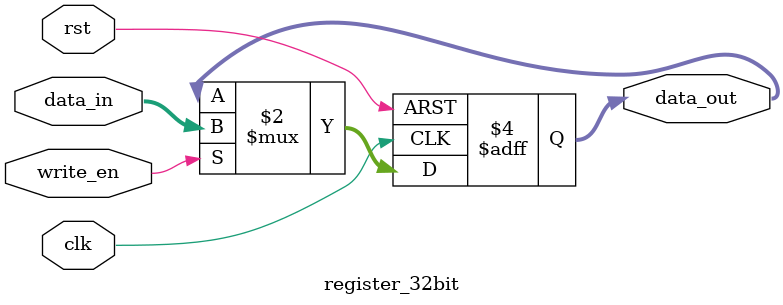
<source format=v>
module register_32bit (
input wire [31:0] data_in,
input wire rst, clk, write_en,
output reg [31:0] data_out);

always @(posedge clk or posedge rst) begin
if (rst) begin data_out <= 32'b0; end
else if (write_en) begin data_out <= data_in; end
end

endmodule

</source>
